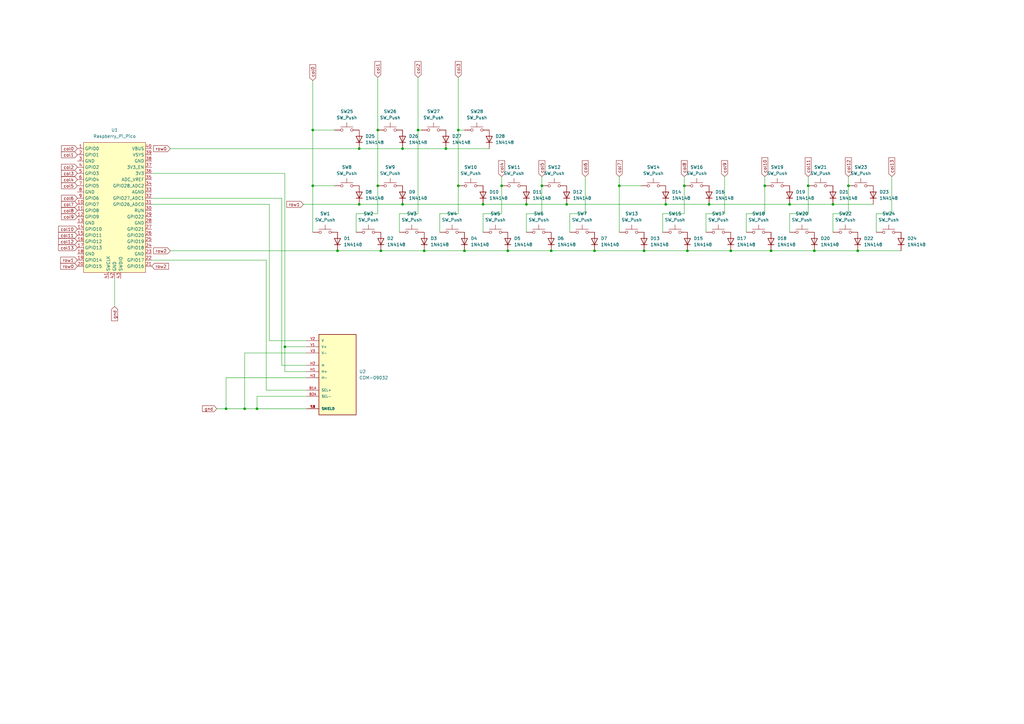
<source format=kicad_sch>
(kicad_sch (version 20231120) (generator "eeschema") (generator_version "8.0")
  (paper "A3")
  (lib_symbols
    (symbol "COM-09032:COM-09032" (pin_names (offset 1.016))
      (property "Reference" "U" (at -7.62 16.002 0))
      (property "Value" "COM-09032" (at -7.62 -20.32 0))
      (symbol "COM-09032_0_0"
        (rectangle (start -7.62 -17.78) (end 7.62 15.24) (stroke (width 0.254)) (fill (type background)))
        (pin passive line (at -12.7 -7.62 0) (length 5.08) (name "SEL+") (number "B1A"))
        (pin passive line (at -12.7 -10.16 0) (length 5.08) (name "SEL-") (number "B2A"))
        (pin passive line (at -12.7 0 0) (length 5.08) (name "H+") (number "H1"))
        (pin passive line (at -12.7 2.54 0) (length 5.08) (name "H") (number "H2"))
        (pin passive line (at -12.7 -2.54 0) (length 5.08) (name "H-") (number "H3"))
        (pin passive line (at -12.7 -15.24 0) (length 5.08) (name "SHIELD") (number "S1"))
        (pin passive line (at -12.7 -15.24 0) (length 5.08) (name "SHIELD") (number "S2"))
        (pin passive line (at -12.7 -15.24 0) (length 5.08) (name "SHIELD") (number "S3"))
        (pin passive line (at -12.7 -15.24 0) (length 5.08) (name "SHIELD") (number "S4"))
        (pin passive line (at -12.7 10.16 0) (length 5.08) (name "V+") (number "V1"))
        (pin passive line (at -12.7 12.7 0) (length 5.08) (name "V") (number "V2"))
        (pin passive line (at -12.7 7.62 0) (length 5.08) (name "V-") (number "V3"))
      )
    )
    (symbol "Diode:1N4148" (pin_numbers hide) (pin_names hide)
      (property "Reference" "D" (at 0 2.54 0))
      (property "Value" "1N4148" (at 0 -2.54 0))
      (symbol "1N4148_0_1"
        (polyline (pts (xy -1.27 1.27) (xy -1.27 -1.27)) (stroke (width 0.254)))
        (polyline (pts (xy 1.27 0) (xy -1.27 0)))
        (polyline (pts (xy 1.27 1.27) (xy 1.27 -1.27) (xy -1.27 0) (xy 1.27 1.27)) (stroke (width 0.254)))
      )
      (symbol "1N4148_1_1"
        (pin passive line (at -3.81 0 0) (length 2.54) (name "K") (number "1"))
        (pin passive line (at 3.81 0 180) (length 2.54) (name "A") (number "2"))
      )
    )
    (symbol "ScottoKeebs:MCU_Raspberry_Pi_Pico"
      (property "Reference" "U" (at 0 0 0))
      (property "Value" "Raspberry_Pi_Pico" (at 0 27.94 0))
      (symbol "MCU_Raspberry_Pi_Pico_0_1"
        (rectangle (start -12.7 26.67) (end 12.7 -26.67) (fill (type background)))
      )
      (symbol "MCU_Raspberry_Pi_Pico_1_1"
        (pin bidirectional line (at -15.24 24.13 0) (length 2.54) (name "GPIO0") (number "1"))
        (pin bidirectional line (at -15.24 1.27 0) (length 2.54) (name "GPIO7") (number "10"))
        (pin bidirectional line (at -15.24 -1.27 0) (length 2.54) (name "GPIO8") (number "11"))
        (pin bidirectional line (at -15.24 -3.81 0) (length 2.54) (name "GPIO9") (number "12"))
        (pin power_in line (at -15.24 -6.35 0) (length 2.54) (name "GND") (number "13"))
        (pin bidirectional line (at -15.24 -8.89 0) (length 2.54) (name "GPIO10") (number "14"))
        (pin bidirectional line (at -15.24 -11.43 0) (length 2.54) (name "GPIO11") (number "15"))
        (pin bidirectional line (at -15.24 -13.97 0) (length 2.54) (name "GPIO12") (number "16"))
        (pin bidirectional line (at -15.24 -16.51 0) (length 2.54) (name "GPIO13") (number "17"))
        (pin power_in line (at -15.24 -19.05 0) (length 2.54) (name "GND") (number "18"))
        (pin bidirectional line (at -15.24 -21.59 0) (length 2.54) (name "GPIO14") (number "19"))
        (pin bidirectional line (at -15.24 21.59 0) (length 2.54) (name "GPIO1") (number "2"))
        (pin bidirectional line (at -15.24 -24.13 0) (length 2.54) (name "GPIO15") (number "20"))
        (pin bidirectional line (at 15.24 -24.13 180) (length 2.54) (name "GPIO16") (number "21"))
        (pin bidirectional line (at 15.24 -21.59 180) (length 2.54) (name "GPIO17") (number "22"))
        (pin power_in line (at 15.24 -19.05 180) (length 2.54) (name "GND") (number "23"))
        (pin bidirectional line (at 15.24 -16.51 180) (length 2.54) (name "GPIO18") (number "24"))
        (pin bidirectional line (at 15.24 -13.97 180) (length 2.54) (name "GPIO19") (number "25"))
        (pin bidirectional line (at 15.24 -11.43 180) (length 2.54) (name "GPIO20") (number "26"))
        (pin bidirectional line (at 15.24 -8.89 180) (length 2.54) (name "GPIO21") (number "27"))
        (pin power_in line (at 15.24 -6.35 180) (length 2.54) (name "GND") (number "28"))
        (pin bidirectional line (at 15.24 -3.81 180) (length 2.54) (name "GPIO22") (number "29"))
        (pin power_in line (at -15.24 19.05 0) (length 2.54) (name "GND") (number "3"))
        (pin input line (at 15.24 -1.27 180) (length 2.54) (name "RUN") (number "30"))
        (pin bidirectional line (at 15.24 1.27 180) (length 2.54) (name "GPIO26_ADC0") (number "31"))
        (pin bidirectional line (at 15.24 3.81 180) (length 2.54) (name "GPIO27_ADC1") (number "32"))
        (pin power_in line (at 15.24 6.35 180) (length 2.54) (name "AGND") (number "33"))
        (pin bidirectional line (at 15.24 8.89 180) (length 2.54) (name "GPIO28_ADC2") (number "34"))
        (pin power_in line (at 15.24 11.43 180) (length 2.54) (name "ADC_VREF") (number "35"))
        (pin power_in line (at 15.24 13.97 180) (length 2.54) (name "3V3") (number "36"))
        (pin input line (at 15.24 16.51 180) (length 2.54) (name "3V3_EN") (number "37"))
        (pin bidirectional line (at 15.24 19.05 180) (length 2.54) (name "GND") (number "38"))
        (pin power_in line (at 15.24 21.59 180) (length 2.54) (name "VSYS") (number "39"))
        (pin bidirectional line (at -15.24 16.51 0) (length 2.54) (name "GPIO2") (number "4"))
        (pin power_in line (at 15.24 24.13 180) (length 2.54) (name "VBUS") (number "40"))
        (pin input line (at -2.54 -29.21 90) (length 2.54) (name "SWCLK") (number "41"))
        (pin power_in line (at 0 -29.21 90) (length 2.54) (name "GND") (number "42"))
        (pin bidirectional line (at 2.54 -29.21 90) (length 2.54) (name "SWDIO") (number "43"))
        (pin bidirectional line (at -15.24 13.97 0) (length 2.54) (name "GPIO3") (number "5"))
        (pin bidirectional line (at -15.24 11.43 0) (length 2.54) (name "GPIO4") (number "6"))
        (pin bidirectional line (at -15.24 8.89 0) (length 2.54) (name "GPIO5") (number "7"))
        (pin power_in line (at -15.24 6.35 0) (length 2.54) (name "GND") (number "8"))
        (pin bidirectional line (at -15.24 3.81 0) (length 2.54) (name "GPIO6") (number "9"))
      )
    )
    (symbol "Switch:SW_Push" (pin_numbers hide) (pin_names (offset 1.016) hide)
      (property "Reference" "SW" (at 1.27 2.54 0))
      (property "Value" "SW_Push" (at 0 -1.524 0))
      (symbol "SW_Push_0_1"
        (circle (center -2.032 0) (radius 0.508))
        (polyline (pts (xy 0 1.27) (xy 0 3.048)))
        (polyline (pts (xy 2.54 1.27) (xy -2.54 1.27)))
        (circle (center 2.032 0) (radius 0.508))
        (pin passive line (at -5.08 0 0) (length 2.54) (name "1") (number "1"))
        (pin passive line (at 5.08 0 180) (length 2.54) (name "2") (number "2"))
      )
    )
  )
  (junction (at 323.85 83.82))
  (junction (at 165.1 60.96))
  (junction (at 313.69 76.2))
  (junction (at 341.63 83.82))
  (junction (at 173.99 102.87))
  (junction (at 299.72 102.87))
  (junction (at 147.32 83.82))
  (junction (at 147.32 60.96))
  (junction (at 281.94 102.87))
  (junction (at 316.23 102.87))
  (junction (at 226.06 102.87))
  (junction (at 222.25 76.2))
  (junction (at 100.33 167.64))
  (junction (at 105.41 167.64))
  (junction (at 156.21 102.87))
  (junction (at 215.9 83.82))
  (junction (at 280.67 76.2))
  (junction (at 182.88 60.96))
  (junction (at 290.83 83.82))
  (junction (at 190.5 102.87))
  (junction (at 187.96 76.2))
  (junction (at 264.16 102.87))
  (junction (at 347.98 76.2))
  (junction (at 171.45 53.34))
  (junction (at 165.1 83.82))
  (junction (at 351.79 102.87))
  (junction (at 334.01 102.87))
  (junction (at 331.47 76.2))
  (junction (at 273.05 83.82))
  (junction (at 254 76.2))
  (junction (at 138.43 102.87))
  (junction (at 187.96 53.34))
  (junction (at 92.71 167.64))
  (junction (at 154.94 53.34))
  (junction (at 128.27 76.2))
  (junction (at 205.74 76.2))
  (junction (at 232.41 83.82))
  (junction (at 198.12 83.82))
  (junction (at 116.84 142.24))
  (junction (at 154.94 76.2))
  (junction (at 243.84 102.87))
  (junction (at 128.27 53.34))
  (junction (at 208.28 102.87))
  (wire (pts (xy 198.12 83.82) (xy 215.9 83.82)))
  (wire (pts (xy 222.25 76.2) (xy 222.25 87.63)))
  (wire (pts (xy 243.84 102.87) (xy 264.16 102.87)))
  (wire (pts (xy 222.25 72.39) (xy 222.25 76.2)))
  (wire (pts (xy 187.96 31.75) (xy 187.96 53.34)))
  (wire (pts (xy 154.94 53.34) (xy 154.94 76.2)))
  (wire (pts (xy 281.94 102.87) (xy 299.72 102.87)))
  (wire (pts (xy 124.46 83.82) (xy 147.32 83.82)))
  (wire (pts (xy 323.85 87.63) (xy 331.47 87.63)))
  (wire (pts (xy 280.67 72.39) (xy 280.67 76.2)))
  (wire (pts (xy 187.96 53.34) (xy 190.5 53.34)))
  (wire (pts (xy 347.98 87.63) (xy 341.63 87.63)))
  (wire (pts (xy 215.9 87.63) (xy 215.9 95.25)))
  (wire (pts (xy 280.67 87.63) (xy 271.78 87.63)))
  (wire (pts (xy 331.47 87.63) (xy 331.47 76.2)))
  (wire (pts (xy 297.18 72.39) (xy 297.18 87.63)))
  (wire (pts (xy 92.71 154.94) (xy 92.71 167.64)))
  (wire (pts (xy 105.41 167.64) (xy 125.73 167.64)))
  (wire (pts (xy 62.23 81.28) (xy 115.57 81.28)))
  (wire (pts (xy 182.88 60.96) (xy 200.66 60.96)))
  (wire (pts (xy 165.1 83.82) (xy 198.12 83.82)))
  (wire (pts (xy 205.74 72.39) (xy 205.74 76.2)))
  (wire (pts (xy 205.74 87.63) (xy 205.74 76.2)))
  (wire (pts (xy 173.99 102.87) (xy 190.5 102.87)))
  (wire (pts (xy 110.49 139.7) (xy 110.49 83.82)))
  (wire (pts (xy 109.22 106.68) (xy 109.22 160.02)))
  (wire (pts (xy 171.45 31.75) (xy 171.45 53.34)))
  (wire (pts (xy 187.96 53.34) (xy 187.96 76.2)))
  (wire (pts (xy 240.03 72.39) (xy 240.03 87.63)))
  (wire (pts (xy 262.89 76.2) (xy 254 76.2)))
  (wire (pts (xy 187.96 76.2) (xy 187.96 87.63)))
  (wire (pts (xy 137.16 76.2) (xy 128.27 76.2)))
  (wire (pts (xy 171.45 53.34) (xy 171.45 87.63)))
  (wire (pts (xy 359.41 87.63) (xy 359.41 95.25)))
  (wire (pts (xy 313.69 72.39) (xy 313.69 76.2)))
  (wire (pts (xy 171.45 87.63) (xy 163.83 87.63)))
  (wire (pts (xy 62.23 71.12) (xy 116.84 71.12)))
  (wire (pts (xy 222.25 87.63) (xy 215.9 87.63)))
  (wire (pts (xy 240.03 87.63) (xy 233.68 87.63)))
  (wire (pts (xy 156.21 102.87) (xy 173.99 102.87)))
  (wire (pts (xy 115.57 149.86) (xy 125.73 149.86)))
  (wire (pts (xy 264.16 102.87) (xy 281.94 102.87)))
  (wire (pts (xy 290.83 83.82) (xy 323.85 83.82)))
  (wire (pts (xy 180.34 87.63) (xy 180.34 95.25)))
  (wire (pts (xy 69.85 102.87) (xy 138.43 102.87)))
  (wire (pts (xy 280.67 76.2) (xy 280.67 87.63)))
  (wire (pts (xy 128.27 76.2) (xy 128.27 95.25)))
  (wire (pts (xy 154.94 76.2) (xy 154.94 87.63)))
  (wire (pts (xy 271.78 87.63) (xy 271.78 95.25)))
  (wire (pts (xy 92.71 167.64) (xy 100.33 167.64)))
  (wire (pts (xy 198.12 95.25) (xy 198.12 87.63)))
  (wire (pts (xy 163.83 87.63) (xy 163.83 95.25)))
  (wire (pts (xy 273.05 83.82) (xy 290.83 83.82)))
  (wire (pts (xy 365.76 87.63) (xy 359.41 87.63)))
  (wire (pts (xy 116.84 152.4) (xy 116.84 142.24)))
  (wire (pts (xy 110.49 139.7) (xy 125.73 139.7)))
  (wire (pts (xy 347.98 72.39) (xy 347.98 76.2)))
  (wire (pts (xy 299.72 102.87) (xy 316.23 102.87)))
  (wire (pts (xy 187.96 87.63) (xy 180.34 87.63)))
  (wire (pts (xy 109.22 106.68) (xy 62.23 106.68)))
  (wire (pts (xy 100.33 167.64) (xy 105.41 167.64)))
  (wire (pts (xy 341.63 83.82) (xy 358.14 83.82)))
  (wire (pts (xy 147.32 60.96) (xy 165.1 60.96)))
  (wire (pts (xy 125.73 162.56) (xy 105.41 162.56)))
  (wire (pts (xy 100.33 144.78) (xy 100.33 167.64)))
  (wire (pts (xy 125.73 144.78) (xy 100.33 144.78)))
  (wire (pts (xy 232.41 83.82) (xy 273.05 83.82)))
  (wire (pts (xy 105.41 162.56) (xy 105.41 167.64)))
  (wire (pts (xy 128.27 53.34) (xy 128.27 76.2)))
  (wire (pts (xy 289.56 87.63) (xy 289.56 95.25)))
  (wire (pts (xy 125.73 154.94) (xy 92.71 154.94)))
  (wire (pts (xy 316.23 102.87) (xy 334.01 102.87)))
  (wire (pts (xy 128.27 33.02) (xy 128.27 53.34)))
  (wire (pts (xy 116.84 71.12) (xy 116.84 142.24)))
  (wire (pts (xy 165.1 60.96) (xy 182.88 60.96)))
  (wire (pts (xy 69.85 60.96) (xy 147.32 60.96)))
  (wire (pts (xy 190.5 102.87) (xy 208.28 102.87)))
  (wire (pts (xy 46.99 125.73) (xy 46.99 114.3)))
  (wire (pts (xy 351.79 102.87) (xy 369.57 102.87)))
  (wire (pts (xy 341.63 87.63) (xy 341.63 95.25)))
  (wire (pts (xy 347.98 76.2) (xy 347.98 87.63)))
  (wire (pts (xy 128.27 53.34) (xy 137.16 53.34)))
  (wire (pts (xy 297.18 87.63) (xy 289.56 87.63)))
  (wire (pts (xy 313.69 76.2) (xy 313.69 87.63)))
  (wire (pts (xy 147.32 83.82) (xy 165.1 83.82)))
  (wire (pts (xy 125.73 160.02) (xy 109.22 160.02)))
  (wire (pts (xy 138.43 102.87) (xy 156.21 102.87)))
  (wire (pts (xy 208.28 102.87) (xy 226.06 102.87)))
  (wire (pts (xy 154.94 87.63) (xy 146.05 87.63)))
  (wire (pts (xy 146.05 87.63) (xy 146.05 95.25)))
  (wire (pts (xy 254 76.2) (xy 254 95.25)))
  (wire (pts (xy 306.07 87.63) (xy 306.07 95.25)))
  (wire (pts (xy 365.76 72.39) (xy 365.76 87.63)))
  (wire (pts (xy 154.94 31.75) (xy 154.94 53.34)))
  (wire (pts (xy 116.84 142.24) (xy 125.73 142.24)))
  (wire (pts (xy 323.85 83.82) (xy 341.63 83.82)))
  (wire (pts (xy 110.49 83.82) (xy 62.23 83.82)))
  (wire (pts (xy 226.06 102.87) (xy 243.84 102.87)))
  (wire (pts (xy 125.73 152.4) (xy 116.84 152.4)))
  (wire (pts (xy 331.47 72.39) (xy 331.47 76.2)))
  (wire (pts (xy 334.01 102.87) (xy 351.79 102.87)))
  (wire (pts (xy 115.57 81.28) (xy 115.57 149.86)))
  (wire (pts (xy 313.69 87.63) (xy 306.07 87.63)))
  (wire (pts (xy 323.85 95.25) (xy 323.85 87.63)))
  (wire (pts (xy 88.9 167.64) (xy 92.71 167.64)))
  (wire (pts (xy 215.9 83.82) (xy 232.41 83.82)))
  (wire (pts (xy 254 72.39) (xy 254 76.2)))
  (wire (pts (xy 198.12 87.63) (xy 205.74 87.63)))
  (wire (pts (xy 171.45 53.34) (xy 172.72 53.34)))
  (wire (pts (xy 233.68 87.63) (xy 233.68 95.25)))
  (global_label "col2" (shape input) (at 171.45 31.75 90) (property "Intersheetrefs" "${INTERSHEET_REFS}" (effects (hide yes))))
  (global_label "col10" (shape input) (at 31.75 93.98 180) (property "Intersheetrefs" "${INTERSHEET_REFS}" (effects (hide yes))))
  (global_label "row2" (shape input) (at 62.23 109.22 0) (property "Intersheetrefs" "${INTERSHEET_REFS}" (effects (hide yes))))
  (global_label "gnd" (shape input) (at 46.99 125.73 270) (property "Intersheetrefs" "${INTERSHEET_REFS}" (effects (hide yes))))
  (global_label "col13" (shape input) (at 31.75 101.6 180) (property "Intersheetrefs" "${INTERSHEET_REFS}" (effects (hide yes))))
  (global_label "col11" (shape input) (at 31.75 96.52 180) (property "Intersheetrefs" "${INTERSHEET_REFS}" (effects (hide yes))))
  (global_label "col1" (shape input) (at 154.94 31.75 90) (property "Intersheetrefs" "${INTERSHEET_REFS}" (effects (hide yes))))
  (global_label "col5" (shape input) (at 222.25 72.39 90) (property "Intersheetrefs" "${INTERSHEET_REFS}" (effects (hide yes))))
  (global_label "col12" (shape input) (at 31.75 99.06 180) (property "Intersheetrefs" "${INTERSHEET_REFS}" (effects (hide yes))))
  (global_label "col6" (shape input) (at 31.75 81.28 180) (property "Intersheetrefs" "${INTERSHEET_REFS}" (effects (hide yes))))
  (global_label "col9" (shape input) (at 297.18 72.39 90) (property "Intersheetrefs" "${INTERSHEET_REFS}" (effects (hide yes))))
  (global_label "col7" (shape input) (at 254 72.39 90) (property "Intersheetrefs" "${INTERSHEET_REFS}" (effects (hide yes))))
  (global_label "col5" (shape input) (at 31.75 76.2 180) (property "Intersheetrefs" "${INTERSHEET_REFS}" (effects (hide yes))))
  (global_label "col4" (shape input) (at 205.74 72.39 90) (property "Intersheetrefs" "${INTERSHEET_REFS}" (effects (hide yes))))
  (global_label "col8" (shape input) (at 31.75 86.36 180) (property "Intersheetrefs" "${INTERSHEET_REFS}" (effects (hide yes))))
  (global_label "col6" (shape input) (at 240.03 72.39 90) (property "Intersheetrefs" "${INTERSHEET_REFS}" (effects (hide yes))))
  (global_label "col3" (shape input) (at 187.96 31.75 90) (property "Intersheetrefs" "${INTERSHEET_REFS}" (effects (hide yes))))
  (global_label "col1" (shape input) (at 31.75 63.5 180) (property "Intersheetrefs" "${INTERSHEET_REFS}" (effects (hide yes))))
  (global_label "col7" (shape input) (at 31.75 83.82 180) (property "Intersheetrefs" "${INTERSHEET_REFS}" (effects (hide yes))))
  (global_label "col10" (shape input) (at 313.69 72.39 90) (property "Intersheetrefs" "${INTERSHEET_REFS}" (effects (hide yes))))
  (global_label "gnd" (shape input) (at 88.9 167.64 180) (property "Intersheetrefs" "${INTERSHEET_REFS}" (effects (hide yes))))
  (global_label "col9" (shape input) (at 31.75 88.9 180) (property "Intersheetrefs" "${INTERSHEET_REFS}" (effects (hide yes))))
  (global_label "col4" (shape input) (at 31.75 73.66 180) (property "Intersheetrefs" "${INTERSHEET_REFS}" (effects (hide yes))))
  (global_label "col11" (shape input) (at 331.47 72.39 90) (property "Intersheetrefs" "${INTERSHEET_REFS}" (effects (hide yes))))
  (global_label "row0" (shape input) (at 69.85 60.96 180) (property "Intersheetrefs" "${INTERSHEET_REFS}" (effects (hide yes))))
  (global_label "row2" (shape input) (at 69.85 102.87 180) (property "Intersheetrefs" "${INTERSHEET_REFS}" (effects (hide yes))))
  (global_label "col13" (shape input) (at 365.76 72.39 90) (property "Intersheetrefs" "${INTERSHEET_REFS}" (effects (hide yes))))
  (global_label "col12" (shape input) (at 347.98 72.39 90) (property "Intersheetrefs" "${INTERSHEET_REFS}" (effects (hide yes))))
  (global_label "col0" (shape input) (at 31.75 60.96 180) (property "Intersheetrefs" "${INTERSHEET_REFS}" (effects (hide yes))))
  (global_label "col8" (shape input) (at 280.67 72.39 90) (property "Intersheetrefs" "${INTERSHEET_REFS}" (effects (hide yes))))
  (global_label "col3" (shape input) (at 31.75 71.12 180) (property "Intersheetrefs" "${INTERSHEET_REFS}" (effects (hide yes))))
  (global_label "col0" (shape input) (at 128.27 33.02 90) (property "Intersheetrefs" "${INTERSHEET_REFS}" (effects (hide yes))))
  (global_label "row0" (shape input) (at 31.75 109.22 180) (property "Intersheetrefs" "${INTERSHEET_REFS}" (effects (hide yes))))
  (global_label "col2" (shape input) (at 31.75 68.58 180) (property "Intersheetrefs" "${INTERSHEET_REFS}" (effects (hide yes))))
  (global_label "row1" (shape input) (at 124.46 83.82 180) (property "Intersheetrefs" "${INTERSHEET_REFS}" (effects (hide yes))))
  (global_label "row1" (shape input) (at 31.75 106.68 180) (property "Intersheetrefs" "${INTERSHEET_REFS}" (effects (hide yes))))
  (symbol (lib_id "Diode:1N4148") (at 281.94 99.06 90) (unit 1)
    (property "Reference" "D15" (at 284.48 97.7899 90) (effects (justify right)))
    (property "Value" "1N4148" (at 284.48 100.3299 90) (effects (justify right)))
    (property "Footprint" "Diode_THT:D_DO-35_SOD27_P7.62mm_Horizontal" (effects (hide yes)))
    (property "Datasheet" "https://assets.nexperia.com/documents/data-sheet/1N4148_1N4448.pdf" (effects (hide yes)))
    (property "Description" "100V 0.15A standard switching diode, DO-35" (effects (hide yes)))
    (property "Sim.Device" "D" (effects (hide yes)))
    (property "Sim.Pins" "1=K 2=A" (effects (hide yes)))
  )
  (symbol (lib_id "Switch:SW_Push") (at 259.08 95.25 0) (unit 1)
    (property "Reference" "SW13" (at 259.08 87.63 0))
    (property "Value" "SW_Push" (at 259.08 90.17 0))
    (property "Footprint" "ScottoKeebs_MX:MX_PCB_1.00unew" (effects (hide yes)))
    (property "Description" "Push button switch, generic, two pins" (effects (hide yes)))
  )
  (symbol (lib_id "Switch:SW_Push") (at 267.97 76.2 0) (unit 1)
    (property "Reference" "SW14" (at 267.97 68.58 0))
    (property "Value" "SW_Push" (at 267.97 71.12 0))
    (property "Footprint" "ScottoKeebs_MX:MX_PCB_1.00unew" (effects (hide yes)))
    (property "Description" "Push button switch, generic, two pins" (effects (hide yes)))
  )
  (symbol (lib_id "Diode:1N4148") (at 226.06 99.06 90) (unit 1)
    (property "Reference" "D6" (at 228.6 97.7899 90) (effects (justify right)))
    (property "Value" "1N4148" (at 228.6 100.3299 90) (effects (justify right)))
    (property "Footprint" "Diode_THT:D_DO-35_SOD27_P7.62mm_Horizontal" (effects (hide yes)))
    (property "Datasheet" "https://assets.nexperia.com/documents/data-sheet/1N4148_1N4448.pdf" (effects (hide yes)))
    (property "Description" "100V 0.15A standard switching diode, DO-35" (effects (hide yes)))
    (property "Sim.Device" "D" (effects (hide yes)))
    (property "Sim.Pins" "1=K 2=A" (effects (hide yes)))
  )
  (symbol (lib_id "ScottoKeebs:MCU_Raspberry_Pi_Pico") (at 46.99 85.09 0) (unit 1)
    (property "Reference" "U1" (at 46.99 53.34 0))
    (property "Value" "Raspberry_Pi_Pico" (at 46.99 55.88 0))
    (property "Footprint" "ScottoKeebs_MCU:Raspberry_Pi_Pico" (effects (hide yes)))
  )
  (symbol (lib_id "Switch:SW_Push") (at 328.93 95.25 0) (unit 1)
    (property "Reference" "SW20" (at 328.93 87.63 0))
    (property "Value" "SW_Push" (at 328.93 90.17 0))
    (property "Footprint" "ScottoKeebs_MX:MX_PCB_1.00unew" (effects (hide yes)))
    (property "Description" "Push button switch, generic, two pins" (effects (hide yes)))
  )
  (symbol (lib_id "Switch:SW_Push") (at 346.71 95.25 0) (unit 1)
    (property "Reference" "SW22" (at 346.71 87.63 0))
    (property "Value" "SW_Push" (at 346.71 90.17 0))
    (property "Footprint" "ScottoKeebs_MX:MX_PCB_1.00unew" (effects (hide yes)))
    (property "Description" "Push button switch, generic, two pins" (effects (hide yes)))
  )
  (symbol (lib_id "Switch:SW_Push") (at 210.82 76.2 0) (unit 1)
    (property "Reference" "SW11" (at 210.82 68.58 0))
    (property "Value" "SW_Push" (at 210.82 71.12 0))
    (property "Footprint" "ScottoKeebs_MX:MX_PCB_1.00unew" (effects (hide yes)))
    (property "Description" "Push button switch, generic, two pins" (effects (hide yes)))
  )
  (symbol (lib_id "Diode:1N4148") (at 156.21 99.06 90) (unit 1)
    (property "Reference" "D2" (at 158.75 97.7899 90) (effects (justify right)))
    (property "Value" "1N4148" (at 158.75 100.3299 90) (effects (justify right)))
    (property "Footprint" "Diode_THT:D_DO-35_SOD27_P7.62mm_Horizontal" (effects (hide yes)))
    (property "Datasheet" "https://assets.nexperia.com/documents/data-sheet/1N4148_1N4448.pdf" (effects (hide yes)))
    (property "Description" "100V 0.15A standard switching diode, DO-35" (effects (hide yes)))
    (property "Sim.Device" "D" (effects (hide yes)))
    (property "Sim.Pins" "1=K 2=A" (effects (hide yes)))
  )
  (symbol (lib_id "Switch:SW_Push") (at 364.49 95.25 0) (unit 1)
    (property "Reference" "SW24" (at 364.49 87.63 0))
    (property "Value" "SW_Push" (at 364.49 90.17 0))
    (property "Footprint" "ScottoKeebs_MX:MX_PCB_1.00unew" (effects (hide yes)))
    (property "Description" "Push button switch, generic, two pins" (effects (hide yes)))
  )
  (symbol (lib_id "Diode:1N4148") (at 351.79 99.06 90) (unit 1)
    (property "Reference" "D22" (at 354.33 97.7899 90) (effects (justify right)))
    (property "Value" "1N4148" (at 354.33 100.3299 90) (effects (justify right)))
    (property "Footprint" "Diode_THT:D_DO-35_SOD27_P7.62mm_Horizontal" (effects (hide yes)))
    (property "Datasheet" "https://assets.nexperia.com/documents/data-sheet/1N4148_1N4448.pdf" (effects (hide yes)))
    (property "Description" "100V 0.15A standard switching diode, DO-35" (effects (hide yes)))
    (property "Sim.Device" "D" (effects (hide yes)))
    (property "Sim.Pins" "1=K 2=A" (effects (hide yes)))
  )
  (symbol (lib_id "Switch:SW_Push") (at 133.35 95.25 0) (unit 1)
    (property "Reference" "SW1" (at 133.35 87.63 0))
    (property "Value" "SW_Push" (at 133.35 90.17 0))
    (property "Footprint" "ScottoKeebs_MX:MX_PCB_1.00unew" (effects (hide yes)))
    (property "Description" "Push button switch, generic, two pins" (effects (hide yes)))
  )
  (symbol (lib_id "Diode:1N4148") (at 273.05 80.01 90) (unit 1)
    (property "Reference" "D14" (at 275.59 78.7399 90) (effects (justify right)))
    (property "Value" "1N4148" (at 275.59 81.2799 90) (effects (justify right)))
    (property "Footprint" "Diode_THT:D_DO-35_SOD27_P7.62mm_Horizontal" (effects (hide yes)))
    (property "Datasheet" "https://assets.nexperia.com/documents/data-sheet/1N4148_1N4448.pdf" (effects (hide yes)))
    (property "Description" "100V 0.15A standard switching diode, DO-35" (effects (hide yes)))
    (property "Sim.Device" "D" (effects (hide yes)))
    (property "Sim.Pins" "1=K 2=A" (effects (hide yes)))
  )
  (symbol (lib_id "Switch:SW_Push") (at 168.91 95.25 0) (unit 1)
    (property "Reference" "SW3" (at 168.91 87.63 0))
    (property "Value" "SW_Push" (at 168.91 90.17 0))
    (property "Footprint" "ScottoKeebs_MX:MX_PCB_1.00unew" (effects (hide yes)))
    (property "Description" "Push button switch, generic, two pins" (effects (hide yes)))
  )
  (symbol (lib_id "Switch:SW_Push") (at 220.98 95.25 0) (unit 1)
    (property "Reference" "SW6" (at 220.98 87.63 0))
    (property "Value" "SW_Push" (at 220.98 90.17 0))
    (property "Footprint" "ScottoKeebs_MX:MX_PCB_1.00unew" (effects (hide yes)))
    (property "Description" "Push button switch, generic, two pins" (effects (hide yes)))
  )
  (symbol (lib_id "Diode:1N4148") (at 182.88 57.15 90) (unit 1)
    (property "Reference" "D27" (at 185.42 55.8799 90) (effects (justify right)))
    (property "Value" "1N4148" (at 185.42 58.4199 90) (effects (justify right)))
    (property "Footprint" "Diode_THT:D_DO-35_SOD27_P7.62mm_Horizontal" (effects (hide yes)))
    (property "Datasheet" "https://assets.nexperia.com/documents/data-sheet/1N4148_1N4448.pdf" (effects (hide yes)))
    (property "Description" "100V 0.15A standard switching diode, DO-35" (effects (hide yes)))
    (property "Sim.Device" "D" (effects (hide yes)))
    (property "Sim.Pins" "1=K 2=A" (effects (hide yes)))
  )
  (symbol (lib_id "Diode:1N4148") (at 369.57 99.06 90) (unit 1)
    (property "Reference" "D24" (at 372.11 97.7899 90) (effects (justify right)))
    (property "Value" "1N4148" (at 372.11 100.3299 90) (effects (justify right)))
    (property "Footprint" "Diode_THT:D_DO-35_SOD27_P7.62mm_Horizontal" (effects (hide yes)))
    (property "Datasheet" "https://assets.nexperia.com/documents/data-sheet/1N4148_1N4448.pdf" (effects (hide yes)))
    (property "Description" "100V 0.15A standard switching diode, DO-35" (effects (hide yes)))
    (property "Sim.Device" "D" (effects (hide yes)))
    (property "Sim.Pins" "1=K 2=A" (effects (hide yes)))
  )
  (symbol (lib_id "Switch:SW_Push") (at 195.58 53.34 0) (unit 1)
    (property "Reference" "SW28" (at 195.58 45.72 0))
    (property "Value" "SW_Push" (at 195.58 48.26 0))
    (property "Footprint" "ScottoKeebs_MX:MX_PCB_1.00unew" (effects (hide yes)))
    (property "Description" "Push button switch, generic, two pins" (effects (hide yes)))
  )
  (symbol (lib_id "Switch:SW_Push") (at 160.02 76.2 0) (unit 1)
    (property "Reference" "SW9" (at 160.02 68.58 0))
    (property "Value" "SW_Push" (at 160.02 71.12 0))
    (property "Footprint" "ScottoKeebs_MX:MX_PCB_1.00unew" (effects (hide yes)))
    (property "Description" "Push button switch, generic, two pins" (effects (hide yes)))
  )
  (symbol (lib_id "Diode:1N4148") (at 290.83 80.01 90) (unit 1)
    (property "Reference" "D16" (at 293.37 78.7399 90) (effects (justify right)))
    (property "Value" "1N4148" (at 293.37 81.2799 90) (effects (justify right)))
    (property "Footprint" "Diode_THT:D_DO-35_SOD27_P7.62mm_Horizontal" (effects (hide yes)))
    (property "Datasheet" "https://assets.nexperia.com/documents/data-sheet/1N4148_1N4448.pdf" (effects (hide yes)))
    (property "Description" "100V 0.15A standard switching diode, DO-35" (effects (hide yes)))
    (property "Sim.Device" "D" (effects (hide yes)))
    (property "Sim.Pins" "1=K 2=A" (effects (hide yes)))
  )
  (symbol (lib_id "Diode:1N4148") (at 147.32 57.15 90) (unit 1)
    (property "Reference" "D25" (at 149.86 55.8799 90) (effects (justify right)))
    (property "Value" "1N4148" (at 149.86 58.4199 90) (effects (justify right)))
    (property "Footprint" "Diode_THT:D_DO-35_SOD27_P7.62mm_Horizontal" (effects (hide yes)))
    (property "Datasheet" "https://assets.nexperia.com/documents/data-sheet/1N4148_1N4448.pdf" (effects (hide yes)))
    (property "Description" "100V 0.15A standard switching diode, DO-35" (effects (hide yes)))
    (property "Sim.Device" "D" (effects (hide yes)))
    (property "Sim.Pins" "1=K 2=A" (effects (hide yes)))
  )
  (symbol (lib_id "Switch:SW_Push") (at 193.04 76.2 0) (unit 1)
    (property "Reference" "SW10" (at 193.04 68.58 0))
    (property "Value" "SW_Push" (at 193.04 71.12 0))
    (property "Footprint" "ScottoKeebs_MX:MX_PCB_1.00unew" (effects (hide yes)))
    (property "Description" "Push button switch, generic, two pins" (effects (hide yes)))
  )
  (symbol (lib_id "Diode:1N4148") (at 299.72 99.06 90) (unit 1)
    (property "Reference" "D17" (at 302.26 97.7899 90) (effects (justify right)))
    (property "Value" "1N4148" (at 302.26 100.3299 90) (effects (justify right)))
    (property "Footprint" "Diode_THT:D_DO-35_SOD27_P7.62mm_Horizontal" (effects (hide yes)))
    (property "Datasheet" "https://assets.nexperia.com/documents/data-sheet/1N4148_1N4448.pdf" (effects (hide yes)))
    (property "Description" "100V 0.15A standard switching diode, DO-35" (effects (hide yes)))
    (property "Sim.Device" "D" (effects (hide yes)))
    (property "Sim.Pins" "1=K 2=A" (effects (hide yes)))
  )
  (symbol (lib_id "Diode:1N4148") (at 334.01 99.06 90) (unit 1)
    (property "Reference" "D20" (at 336.55 97.7899 90) (effects (justify right)))
    (property "Value" "1N4148" (at 336.55 100.3299 90) (effects (justify right)))
    (property "Footprint" "Diode_THT:D_DO-35_SOD27_P7.62mm_Horizontal" (effects (hide yes)))
    (property "Datasheet" "https://assets.nexperia.com/documents/data-sheet/1N4148_1N4448.pdf" (effects (hide yes)))
    (property "Description" "100V 0.15A standard switching diode, DO-35" (effects (hide yes)))
    (property "Sim.Device" "D" (effects (hide yes)))
    (property "Sim.Pins" "1=K 2=A" (effects (hide yes)))
  )
  (symbol (lib_id "Switch:SW_Push") (at 227.33 76.2 0) (unit 1)
    (property "Reference" "SW12" (at 227.33 68.58 0))
    (property "Value" "SW_Push" (at 227.33 71.12 0))
    (property "Footprint" "ScottoKeebs_MX:MX_PCB_1.00unew" (effects (hide yes)))
    (property "Description" "Push button switch, generic, two pins" (effects (hide yes)))
  )
  (symbol (lib_id "Switch:SW_Push") (at 318.77 76.2 0) (unit 1)
    (property "Reference" "SW19" (at 318.77 68.58 0))
    (property "Value" "SW_Push" (at 318.77 71.12 0))
    (property "Footprint" "ScottoKeebs_MX:MX_PCB_1.00unew" (effects (hide yes)))
    (property "Description" "Push button switch, generic, two pins" (effects (hide yes)))
  )
  (symbol (lib_id "Switch:SW_Push") (at 151.13 95.25 0) (unit 1)
    (property "Reference" "SW2" (at 151.13 87.63 0))
    (property "Value" "SW_Push" (at 151.13 90.17 0))
    (property "Footprint" "ScottoKeebs_MX:MX_PCB_1.00unew" (effects (hide yes)))
    (property "Description" "Push button switch, generic, two pins" (effects (hide yes)))
  )
  (symbol (lib_id "Switch:SW_Push") (at 294.64 95.25 0) (unit 1)
    (property "Reference" "SW17" (at 294.64 87.63 0))
    (property "Value" "SW_Push" (at 294.64 90.17 0))
    (property "Footprint" "ScottoKeebs_MX:MX_PCB_1.00unew" (effects (hide yes)))
    (property "Description" "Push button switch, generic, two pins" (effects (hide yes)))
  )
  (symbol (lib_id "Switch:SW_Push") (at 353.06 76.2 0) (unit 1)
    (property "Reference" "SW23" (at 353.06 68.58 0))
    (property "Value" "SW_Push" (at 353.06 71.12 0))
    (property "Footprint" "ScottoKeebs_MX:MX_PCB_1.00unew" (effects (hide yes)))
    (property "Description" "Push button switch, generic, two pins" (effects (hide yes)))
  )
  (symbol (lib_id "Diode:1N4148") (at 323.85 80.01 90) (unit 1)
    (property "Reference" "D19" (at 326.39 78.7399 90) (effects (justify right)))
    (property "Value" "1N4148" (at 326.39 81.2799 90) (effects (justify right)))
    (property "Footprint" "Diode_THT:D_DO-35_SOD27_P7.62mm_Horizontal" (effects (hide yes)))
    (property "Datasheet" "https://assets.nexperia.com/documents/data-sheet/1N4148_1N4448.pdf" (effects (hide yes)))
    (property "Description" "100V 0.15A standard switching diode, DO-35" (effects (hide yes)))
    (property "Sim.Device" "D" (effects (hide yes)))
    (property "Sim.Pins" "1=K 2=A" (effects (hide yes)))
  )
  (symbol (lib_id "Switch:SW_Push") (at 238.76 95.25 0) (unit 1)
    (property "Reference" "SW7" (at 238.76 87.63 0))
    (property "Value" "SW_Push" (at 238.76 90.17 0))
    (property "Footprint" "ScottoKeebs_MX:MX_PCB_1.00unew" (effects (hide yes)))
    (property "Description" "Push button switch, generic, two pins" (effects (hide yes)))
  )
  (symbol (lib_id "Diode:1N4148") (at 316.23 99.06 90) (unit 1)
    (property "Reference" "D18" (at 318.77 97.7899 90) (effects (justify right)))
    (property "Value" "1N4148" (at 318.77 100.3299 90) (effects (justify right)))
    (property "Footprint" "Diode_THT:D_DO-35_SOD27_P7.62mm_Horizontal" (effects (hide yes)))
    (property "Datasheet" "https://assets.nexperia.com/documents/data-sheet/1N4148_1N4448.pdf" (effects (hide yes)))
    (property "Description" "100V 0.15A standard switching diode, DO-35" (effects (hide yes)))
    (property "Sim.Device" "D" (effects (hide yes)))
    (property "Sim.Pins" "1=K 2=A" (effects (hide yes)))
  )
  (symbol (lib_id "Diode:1N4148") (at 165.1 80.01 90) (unit 1)
    (property "Reference" "D9" (at 167.64 78.7399 90) (effects (justify right)))
    (property "Value" "1N4148" (at 167.64 81.2799 90) (effects (justify right)))
    (property "Footprint" "Diode_THT:D_DO-35_SOD27_P7.62mm_Horizontal" (effects (hide yes)))
    (property "Datasheet" "https://assets.nexperia.com/documents/data-sheet/1N4148_1N4448.pdf" (effects (hide yes)))
    (property "Description" "100V 0.15A standard switching diode, DO-35" (effects (hide yes)))
    (property "Sim.Device" "D" (effects (hide yes)))
    (property "Sim.Pins" "1=K 2=A" (effects (hide yes)))
  )
  (symbol (lib_id "Switch:SW_Push") (at 203.2 95.25 0) (unit 1)
    (property "Reference" "SW5" (at 203.2 87.63 0))
    (property "Value" "SW_Push" (at 203.2 90.17 0))
    (property "Footprint" "ScottoKeebs_MX:MX_PCB_1.00unew" (effects (hide yes)))
    (property "Description" "Push button switch, generic, two pins" (effects (hide yes)))
  )
  (symbol (lib_id "Switch:SW_Push") (at 160.02 53.34 0) (unit 1)
    (property "Reference" "SW26" (at 160.02 45.72 0))
    (property "Value" "SW_Push" (at 160.02 48.26 0))
    (property "Footprint" "ScottoKeebs_MX:MX_PCB_1.00unew" (effects (hide yes)))
    (property "Description" "Push button switch, generic, two pins" (effects (hide yes)))
  )
  (symbol (lib_id "Switch:SW_Push") (at 336.55 76.2 0) (unit 1)
    (property "Reference" "SW21" (at 336.55 68.58 0))
    (property "Value" "SW_Push" (at 336.55 71.12 0))
    (property "Footprint" "ScottoKeebs_MX:MX_PCB_1.00unew" (effects (hide yes)))
    (property "Description" "Push button switch, generic, two pins" (effects (hide yes)))
  )
  (symbol (lib_id "Switch:SW_Push") (at 177.8 53.34 0) (unit 1)
    (property "Reference" "SW27" (at 177.8 45.72 0))
    (property "Value" "SW_Push" (at 177.8 48.26 0))
    (property "Footprint" "ScottoKeebs_MX:MX_PCB_1.00unew" (effects (hide yes)))
    (property "Description" "Push button switch, generic, two pins" (effects (hide yes)))
  )
  (symbol (lib_id "Diode:1N4148") (at 358.14 80.01 90) (unit 1)
    (property "Reference" "D23" (at 360.68 78.7399 90) (effects (justify right)))
    (property "Value" "1N4148" (at 360.68 81.2799 90) (effects (justify right)))
    (property "Footprint" "Diode_THT:D_DO-35_SOD27_P7.62mm_Horizontal" (effects (hide yes)))
    (property "Datasheet" "https://assets.nexperia.com/documents/data-sheet/1N4148_1N4448.pdf" (effects (hide yes)))
    (property "Description" "100V 0.15A standard switching diode, DO-35" (effects (hide yes)))
    (property "Sim.Device" "D" (effects (hide yes)))
    (property "Sim.Pins" "1=K 2=A" (effects (hide yes)))
  )
  (symbol (lib_id "Diode:1N4148") (at 200.66 57.15 90) (unit 1)
    (property "Reference" "D28" (at 203.2 55.8799 90) (effects (justify right)))
    (property "Value" "1N4148" (at 203.2 58.4199 90) (effects (justify right)))
    (property "Footprint" "Diode_THT:D_DO-35_SOD27_P7.62mm_Horizontal" (effects (hide yes)))
    (property "Datasheet" "https://assets.nexperia.com/documents/data-sheet/1N4148_1N4448.pdf" (effects (hide yes)))
    (property "Description" "100V 0.15A standard switching diode, DO-35" (effects (hide yes)))
    (property "Sim.Device" "D" (effects (hide yes)))
    (property "Sim.Pins" "1=K 2=A" (effects (hide yes)))
  )
  (symbol (lib_id "Diode:1N4148") (at 173.99 99.06 90) (unit 1)
    (property "Reference" "D3" (at 176.53 97.7899 90) (effects (justify right)))
    (property "Value" "1N4148" (at 176.53 100.3299 90) (effects (justify right)))
    (property "Footprint" "Diode_THT:D_DO-35_SOD27_P7.62mm_Horizontal" (effects (hide yes)))
    (property "Datasheet" "https://assets.nexperia.com/documents/data-sheet/1N4148_1N4448.pdf" (effects (hide yes)))
    (property "Description" "100V 0.15A standard switching diode, DO-35" (effects (hide yes)))
    (property "Sim.Device" "D" (effects (hide yes)))
    (property "Sim.Pins" "1=K 2=A" (effects (hide yes)))
  )
  (symbol (lib_id "Switch:SW_Push") (at 142.24 76.2 0) (unit 1)
    (property "Reference" "SW8" (at 142.24 68.58 0))
    (property "Value" "SW_Push" (at 142.24 71.12 0))
    (property "Footprint" "ScottoKeebs_MX:MX_PCB_1.00unew" (effects (hide yes)))
    (property "Description" "Push button switch, generic, two pins" (effects (hide yes)))
  )
  (symbol (lib_id "Switch:SW_Push") (at 311.15 95.25 0) (unit 1)
    (property "Reference" "SW18" (at 311.15 87.63 0))
    (property "Value" "SW_Push" (at 311.15 90.17 0))
    (property "Footprint" "ScottoKeebs_MX:MX_PCB_1.00unew" (effects (hide yes)))
    (property "Description" "Push button switch, generic, two pins" (effects (hide yes)))
  )
  (symbol (lib_id "Switch:SW_Push") (at 285.75 76.2 0) (unit 1)
    (property "Reference" "SW16" (at 285.75 68.58 0))
    (property "Value" "SW_Push" (at 285.75 71.12 0))
    (property "Footprint" "ScottoKeebs_MX:MX_PCB_1.00unew" (effects (hide yes)))
    (property "Description" "Push button switch, generic, two pins" (effects (hide yes)))
  )
  (symbol (lib_id "Diode:1N4148") (at 215.9 80.01 90) (unit 1)
    (property "Reference" "D11" (at 218.44 78.7399 90) (effects (justify right)))
    (property "Value" "1N4148" (at 218.44 81.2799 90) (effects (justify right)))
    (property "Footprint" "Diode_THT:D_DO-35_SOD27_P7.62mm_Horizontal" (effects (hide yes)))
    (property "Datasheet" "https://assets.nexperia.com/documents/data-sheet/1N4148_1N4448.pdf" (effects (hide yes)))
    (property "Description" "100V 0.15A standard switching diode, DO-35" (effects (hide yes)))
    (property "Sim.Device" "D" (effects (hide yes)))
    (property "Sim.Pins" "1=K 2=A" (effects (hide yes)))
  )
  (symbol (lib_id "Switch:SW_Push") (at 276.86 95.25 0) (unit 1)
    (property "Reference" "SW15" (at 276.86 87.63 0))
    (property "Value" "SW_Push" (at 276.86 90.17 0))
    (property "Footprint" "ScottoKeebs_MX:MX_PCB_1.00unew" (effects (hide yes)))
    (property "Description" "Push button switch, generic, two pins" (effects (hide yes)))
  )
  (symbol (lib_id "Diode:1N4148") (at 208.28 99.06 90) (unit 1)
    (property "Reference" "D5" (at 210.82 97.7899 90) (effects (justify right)))
    (property "Value" "1N4148" (at 210.82 100.3299 90) (effects (justify right)))
    (property "Footprint" "Diode_THT:D_DO-35_SOD27_P7.62mm_Horizontal" (effects (hide yes)))
    (property "Datasheet" "https://assets.nexperia.com/documents/data-sheet/1N4148_1N4448.pdf" (effects (hide yes)))
    (property "Description" "100V 0.15A standard switching diode, DO-35" (effects (hide yes)))
    (property "Sim.Device" "D" (effects (hide yes)))
    (property "Sim.Pins" "1=K 2=A" (effects (hide yes)))
  )
  (symbol (lib_id "Diode:1N4148") (at 138.43 99.06 90) (unit 1)
    (property "Reference" "D1" (at 140.97 97.7899 90) (effects (justify right)))
    (property "Value" "1N4148" (at 140.97 100.3299 90) (effects (justify right)))
    (property "Footprint" "Diode_THT:D_DO-35_SOD27_P7.62mm_Horizontal" (effects (hide yes)))
    (property "Datasheet" "https://assets.nexperia.com/documents/data-sheet/1N4148_1N4448.pdf" (effects (hide yes)))
    (property "Description" "100V 0.15A standard switching diode, DO-35" (effects (hide yes)))
    (property "Sim.Device" "D" (effects (hide yes)))
    (property "Sim.Pins" "1=K 2=A" (effects (hide yes)))
  )
  (symbol (lib_id "Diode:1N4148") (at 232.41 80.01 90) (unit 1)
    (property "Reference" "D12" (at 234.95 78.7399 90) (effects (justify right)))
    (property "Value" "1N4148" (at 234.95 81.2799 90) (effects (justify right)))
    (property "Footprint" "Diode_THT:D_DO-35_SOD27_P7.62mm_Horizontal" (effects (hide yes)))
    (property "Datasheet" "https://assets.nexperia.com/documents/data-sheet/1N4148_1N4448.pdf" (effects (hide yes)))
    (property "Description" "100V 0.15A standard switching diode, DO-35" (effects (hide yes)))
    (property "Sim.Device" "D" (effects (hide yes)))
    (property "Sim.Pins" "1=K 2=A" (effects (hide yes)))
  )
  (symbol (lib_id "Diode:1N4148") (at 264.16 99.06 90) (unit 1)
    (property "Reference" "D13" (at 266.7 97.7899 90) (effects (justify right)))
    (property "Value" "1N4148" (at 266.7 100.3299 90) (effects (justify right)))
    (property "Footprint" "Diode_THT:D_DO-35_SOD27_P7.62mm_Horizontal" (effects (hide yes)))
    (property "Datasheet" "https://assets.nexperia.com/documents/data-sheet/1N4148_1N4448.pdf" (effects (hide yes)))
    (property "Description" "100V 0.15A standard switching diode, DO-35" (effects (hide yes)))
    (property "Sim.Device" "D" (effects (hide yes)))
    (property "Sim.Pins" "1=K 2=A" (effects (hide yes)))
  )
  (symbol (lib_id "Diode:1N4148") (at 341.63 80.01 90) (unit 1)
    (property "Reference" "D21" (at 344.17 78.7399 90) (effects (justify right)))
    (property "Value" "1N4148" (at 344.17 81.2799 90) (effects (justify right)))
    (property "Footprint" "Diode_THT:D_DO-35_SOD27_P7.62mm_Horizontal" (effects (hide yes)))
    (property "Datasheet" "https://assets.nexperia.com/documents/data-sheet/1N4148_1N4448.pdf" (effects (hide yes)))
    (property "Description" "100V 0.15A standard switching diode, DO-35" (effects (hide yes)))
    (property "Sim.Device" "D" (effects (hide yes)))
    (property "Sim.Pins" "1=K 2=A" (effects (hide yes)))
  )
  (symbol (lib_id "Diode:1N4148") (at 165.1 57.15 90) (unit 1)
    (property "Reference" "D26" (at 167.64 55.8799 90) (effects (justify right)))
    (property "Value" "1N4148" (at 167.64 58.4199 90) (effects (justify right)))
    (property "Footprint" "Diode_THT:D_DO-35_SOD27_P7.62mm_Horizontal" (effects (hide yes)))
    (property "Datasheet" "https://assets.nexperia.com/documents/data-sheet/1N4148_1N4448.pdf" (effects (hide yes)))
    (property "Description" "100V 0.15A standard switching diode, DO-35" (effects (hide yes)))
    (property "Sim.Device" "D" (effects (hide yes)))
    (property "Sim.Pins" "1=K 2=A" (effects (hide yes)))
  )
  (symbol (lib_id "Switch:SW_Push") (at 185.42 95.25 0) (unit 1)
    (property "Reference" "SW4" (at 185.42 87.63 0))
    (property "Value" "SW_Push" (at 185.42 90.17 0))
    (property "Footprint" "ScottoKeebs_MX:MX_PCB_1.00unew" (effects (hide yes)))
    (property "Description" "Push button switch, generic, two pins" (effects (hide yes)))
  )
  (symbol (lib_id "Diode:1N4148") (at 243.84 99.06 90) (unit 1)
    (property "Reference" "D7" (at 246.38 97.7899 90) (effects (justify right)))
    (property "Value" "1N4148" (at 246.38 100.3299 90) (effects (justify right)))
    (property "Footprint" "Diode_THT:D_DO-35_SOD27_P7.62mm_Horizontal" (effects (hide yes)))
    (property "Datasheet" "https://assets.nexperia.com/documents/data-sheet/1N4148_1N4448.pdf" (effects (hide yes)))
    (property "Description" "100V 0.15A standard switching diode, DO-35" (effects (hide yes)))
    (property "Sim.Device" "D" (effects (hide yes)))
    (property "Sim.Pins" "1=K 2=A" (effects (hide yes)))
  )
  (symbol (lib_id "COM-09032:COM-09032") (at 138.43 152.4 0) (unit 1)
    (property "Reference" "U2" (at 147.32 152.3999 0) (effects (justify left)))
    (property "Value" "COM-09032" (at 147.32 154.9399 0) (effects (justify left)))
    (property "Footprint" "joystick:XDCR_COM-09032" (effects (hide yes)))
    (property "MF" "SparkFun Electronics" (effects (hide yes)))
    (property "MAXIMUM_PACKAGE_HEIGHT" "30.1mm" (effects (hide yes)))
    (property "Package" "Package" (effects (hide yes)))
    (property "Price" "None" (effects (hide yes)))
    (property "Check_prices" "https://www.snapeda.com/parts/COM-09032/SparkFun+Electronics/view-part/?ref=eda" (effects (hide yes)))
    (property "STANDARD" "Manufacturer Recommendations" (effects (hide yes)))
    (property "PARTREV" "N/A" (effects (hide yes)))
    (property "SnapEDA_Link" "https://www.snapeda.com/parts/COM-09032/SparkFun+Electronics/view-part/?ref=snap" (effects (hide yes)))
    (property "MP" "COM-09032" (effects (hide yes)))
    (property "Purchase-URL" "https://www.snapeda.com/api/url_track_click_mouser/?unipart_id=888157&manufacturer=SparkFun Electronics&part_name=COM-09032&search_term=None" (effects (hide yes)))
    (property "Description_1" "\nJoystick, 2 - Axis Analog (Resistive) Output\n" (effects (hide yes)))
    (property "Availability" "In Stock" (effects (hide yes)))
    (property "MANUFACTURER" "SparkFun Electronics" (effects (hide yes)))
  )
  (symbol (lib_id "Diode:1N4148") (at 198.12 80.01 90) (unit 1)
    (property "Reference" "D10" (at 200.66 78.7399 90) (effects (justify right)))
    (property "Value" "1N4148" (at 200.66 81.2799 90) (effects (justify right)))
    (property "Footprint" "Diode_THT:D_DO-35_SOD27_P7.62mm_Horizontal" (effects (hide yes)))
    (property "Datasheet" "https://assets.nexperia.com/documents/data-sheet/1N4148_1N4448.pdf" (effects (hide yes)))
    (property "Description" "100V 0.15A standard switching diode, DO-35" (effects (hide yes)))
    (property "Sim.Device" "D" (effects (hide yes)))
    (property "Sim.Pins" "1=K 2=A" (effects (hide yes)))
  )
  (symbol (lib_id "Diode:1N4148") (at 190.5 99.06 90) (unit 1)
    (property "Reference" "D4" (at 193.04 97.7899 90) (effects (justify right)))
    (property "Value" "1N4148" (at 193.04 100.3299 90) (effects (justify right)))
    (property "Footprint" "Diode_THT:D_DO-35_SOD27_P7.62mm_Horizontal" (effects (hide yes)))
    (property "Datasheet" "https://assets.nexperia.com/documents/data-sheet/1N4148_1N4448.pdf" (effects (hide yes)))
    (property "Description" "100V 0.15A standard switching diode, DO-35" (effects (hide yes)))
    (property "Sim.Device" "D" (effects (hide yes)))
    (property "Sim.Pins" "1=K 2=A" (effects (hide yes)))
  )
  (symbol (lib_id "Switch:SW_Push") (at 142.24 53.34 0) (unit 1)
    (property "Reference" "SW25" (at 142.24 45.72 0))
    (property "Value" "SW_Push" (at 142.24 48.26 0))
    (property "Footprint" "ScottoKeebs_MX:MX_PCB_1.00unew" (effects (hide yes)))
    (property "Description" "Push button switch, generic, two pins" (effects (hide yes)))
  )
  (symbol (lib_id "Diode:1N4148") (at 147.32 80.01 90) (unit 1)
    (property "Reference" "D8" (at 149.86 78.7399 90) (effects (justify right)))
    (property "Value" "1N4148" (at 149.86 81.2799 90) (effects (justify right)))
    (property "Footprint" "Diode_THT:D_DO-35_SOD27_P7.62mm_Horizontal" (effects (hide yes)))
    (property "Datasheet" "https://assets.nexperia.com/documents/data-sheet/1N4148_1N4448.pdf" (effects (hide yes)))
    (property "Description" "100V 0.15A standard switching diode, DO-35" (effects (hide yes)))
    (property "Sim.Device" "D" (effects (hide yes)))
    (property "Sim.Pins" "1=K 2=A" (effects (hide yes)))
  )
)
</source>
